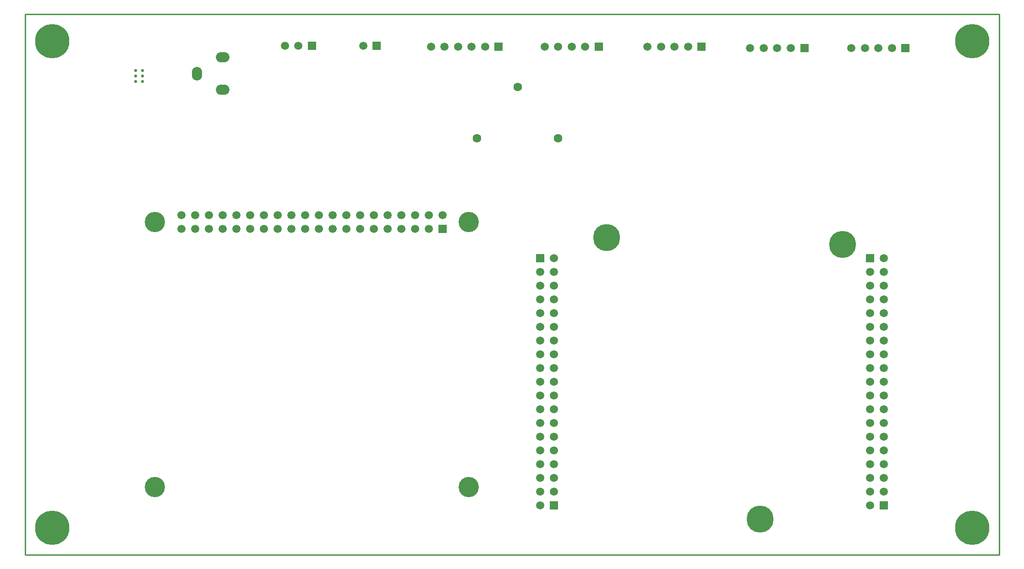
<source format=gbl>
G04*
G04 #@! TF.GenerationSoftware,Altium Limited,Altium Designer,18.1.11 (251)*
G04*
G04 Layer_Physical_Order=4*
G04 Layer_Color=16711680*
%FSLAX25Y25*%
%MOIN*%
G70*
G01*
G75*
%ADD11C,0.01000*%
%ADD69C,0.05906*%
%ADD70R,0.05906X0.05906*%
%ADD71C,0.19685*%
%ADD72C,0.06299*%
%ADD73O,0.09843X0.07480*%
%ADD74O,0.07480X0.09843*%
%ADD75C,0.25000*%
%ADD76R,0.05906X0.05906*%
%ADD77C,0.14764*%
%ADD78C,0.02200*%
D11*
X0Y0D02*
X708661D01*
X0D02*
Y393701D01*
X708661D01*
X708661Y0D01*
D69*
X614607Y215984D02*
D03*
X624607D02*
D03*
X614607Y205984D02*
D03*
X624607D02*
D03*
X614607Y195984D02*
D03*
X624607D02*
D03*
X614607Y185984D02*
D03*
X624607D02*
D03*
X614607Y175984D02*
D03*
X624607D02*
D03*
X614607Y165984D02*
D03*
X624607D02*
D03*
X614607Y155984D02*
D03*
X624607D02*
D03*
X614607Y145984D02*
D03*
X624607D02*
D03*
X614607Y135984D02*
D03*
X624607D02*
D03*
X614607Y125984D02*
D03*
X624607D02*
D03*
X614607Y115984D02*
D03*
X624607D02*
D03*
X614607Y105984D02*
D03*
X624607D02*
D03*
X614607Y95984D02*
D03*
X624607D02*
D03*
X614607Y85984D02*
D03*
X624607D02*
D03*
X614607Y75984D02*
D03*
X624607D02*
D03*
X614607Y65984D02*
D03*
X624607D02*
D03*
X614607Y55984D02*
D03*
X624607D02*
D03*
X614607Y45984D02*
D03*
X624607D02*
D03*
X614607Y35984D02*
D03*
X374607Y215984D02*
D03*
X384607D02*
D03*
X374607Y205984D02*
D03*
X384607D02*
D03*
X374607Y195984D02*
D03*
X384607D02*
D03*
X374607Y185984D02*
D03*
X384607D02*
D03*
X374607Y175984D02*
D03*
X384607D02*
D03*
X374607Y165984D02*
D03*
X384607D02*
D03*
X374607Y155984D02*
D03*
X384607D02*
D03*
X374607Y145984D02*
D03*
X384607D02*
D03*
X374607Y135984D02*
D03*
X384607D02*
D03*
X374607Y125984D02*
D03*
X384607D02*
D03*
X374607Y115984D02*
D03*
X384607D02*
D03*
X374607Y105984D02*
D03*
X384607D02*
D03*
X374607Y95984D02*
D03*
X384607D02*
D03*
X374607Y85984D02*
D03*
X384607D02*
D03*
X374607Y75984D02*
D03*
X384607D02*
D03*
X374607Y65984D02*
D03*
X384607D02*
D03*
X374607Y55984D02*
D03*
X384607D02*
D03*
X374607Y45984D02*
D03*
X384607D02*
D03*
X374607Y35984D02*
D03*
X624607Y215984D02*
D03*
X614607Y205984D02*
D03*
X624607D02*
D03*
X614607Y195984D02*
D03*
X624607D02*
D03*
X614607Y185984D02*
D03*
X624607D02*
D03*
X614607Y175984D02*
D03*
X624607D02*
D03*
X614607Y165984D02*
D03*
X624607D02*
D03*
X614607Y155984D02*
D03*
X624607D02*
D03*
X614607Y145984D02*
D03*
X624607D02*
D03*
X614607Y135984D02*
D03*
X624607D02*
D03*
X614607Y125984D02*
D03*
X624607D02*
D03*
X614607Y115984D02*
D03*
X624607D02*
D03*
X614607Y105984D02*
D03*
X624607D02*
D03*
X614607Y95984D02*
D03*
X624607D02*
D03*
X614607Y85984D02*
D03*
X624607D02*
D03*
X614607Y75984D02*
D03*
X624607D02*
D03*
X614607Y65984D02*
D03*
X624607D02*
D03*
X614607Y55984D02*
D03*
X624607D02*
D03*
X614607Y45984D02*
D03*
X624607D02*
D03*
X614607Y35984D02*
D03*
X624607D02*
D03*
X384607D02*
D03*
X374607D02*
D03*
X384607Y45984D02*
D03*
X374607D02*
D03*
X384607Y55984D02*
D03*
X374607D02*
D03*
X384607Y65984D02*
D03*
X374607D02*
D03*
X384607Y75984D02*
D03*
X374607D02*
D03*
X384607Y85984D02*
D03*
X374607D02*
D03*
X384607Y95984D02*
D03*
X374607D02*
D03*
X384607Y105984D02*
D03*
X374607D02*
D03*
X384607Y115984D02*
D03*
X374607D02*
D03*
X384607Y125984D02*
D03*
X374607D02*
D03*
X384607Y135984D02*
D03*
X374607D02*
D03*
X384607Y145984D02*
D03*
X374607D02*
D03*
X384607Y155984D02*
D03*
X374607D02*
D03*
X384607Y165984D02*
D03*
X374607D02*
D03*
X384607Y175984D02*
D03*
X374607D02*
D03*
X384607Y185984D02*
D03*
X374607D02*
D03*
X384607Y195984D02*
D03*
X374607D02*
D03*
X384607Y205984D02*
D03*
X374607D02*
D03*
X384607Y215984D02*
D03*
X527559Y368819D02*
D03*
X537402D02*
D03*
X547244D02*
D03*
X557087D02*
D03*
X452756Y370079D02*
D03*
X462598D02*
D03*
X472441D02*
D03*
X482283D02*
D03*
X601178Y368819D02*
D03*
X611020D02*
D03*
X620863D02*
D03*
X630705D02*
D03*
X198819Y370787D02*
D03*
X188976D02*
D03*
X377953Y369962D02*
D03*
X387795D02*
D03*
X397638D02*
D03*
X407480D02*
D03*
X295276Y370079D02*
D03*
X305118D02*
D03*
X334646D02*
D03*
X324803D02*
D03*
X314961D02*
D03*
X246063Y370787D02*
D03*
X303661Y247209D02*
D03*
X293661Y237209D02*
D03*
Y247209D02*
D03*
X283661Y237209D02*
D03*
Y247209D02*
D03*
X273661Y237209D02*
D03*
Y247209D02*
D03*
X263661Y237209D02*
D03*
Y247209D02*
D03*
X253661Y237209D02*
D03*
Y247209D02*
D03*
X243661Y237209D02*
D03*
Y247209D02*
D03*
X233661Y237209D02*
D03*
Y247209D02*
D03*
X223661Y237209D02*
D03*
Y247209D02*
D03*
X213661Y237209D02*
D03*
Y247209D02*
D03*
X203661Y237209D02*
D03*
Y247209D02*
D03*
X193661Y237209D02*
D03*
Y247209D02*
D03*
X183661Y237209D02*
D03*
Y247209D02*
D03*
X173661Y237209D02*
D03*
Y247209D02*
D03*
X163661Y237209D02*
D03*
Y247209D02*
D03*
X153661Y237209D02*
D03*
Y247209D02*
D03*
X143661Y237209D02*
D03*
Y247209D02*
D03*
X133661Y237209D02*
D03*
Y247209D02*
D03*
X123661Y237209D02*
D03*
Y247209D02*
D03*
X113661Y237209D02*
D03*
Y247209D02*
D03*
D70*
X624607Y35984D02*
D03*
X384607D02*
D03*
X614607Y215984D02*
D03*
X374607D02*
D03*
X566929Y368819D02*
D03*
X492126Y370079D02*
D03*
X640548Y368819D02*
D03*
X208661Y370787D02*
D03*
X417323Y369962D02*
D03*
X344488Y370079D02*
D03*
X255906Y370787D02*
D03*
D71*
X534607Y25984D02*
D03*
X423107Y230984D02*
D03*
X594607Y225984D02*
D03*
D72*
X387795Y303150D02*
D03*
X328740D02*
D03*
X358268Y340551D02*
D03*
D73*
X143661Y362205D02*
D03*
Y338583D02*
D03*
D74*
X125157Y350394D02*
D03*
D75*
X688976Y19685D02*
D03*
Y374016D02*
D03*
X19685Y19685D02*
D03*
Y374016D02*
D03*
D76*
X303661Y237209D02*
D03*
D77*
X322835Y49295D02*
D03*
Y242209D02*
D03*
X94488Y49295D02*
D03*
Y242209D02*
D03*
D78*
X85433Y344744D02*
D03*
X80315D02*
D03*
X85433Y348681D02*
D03*
X80315D02*
D03*
X85433Y352618D02*
D03*
X80315D02*
D03*
M02*

</source>
